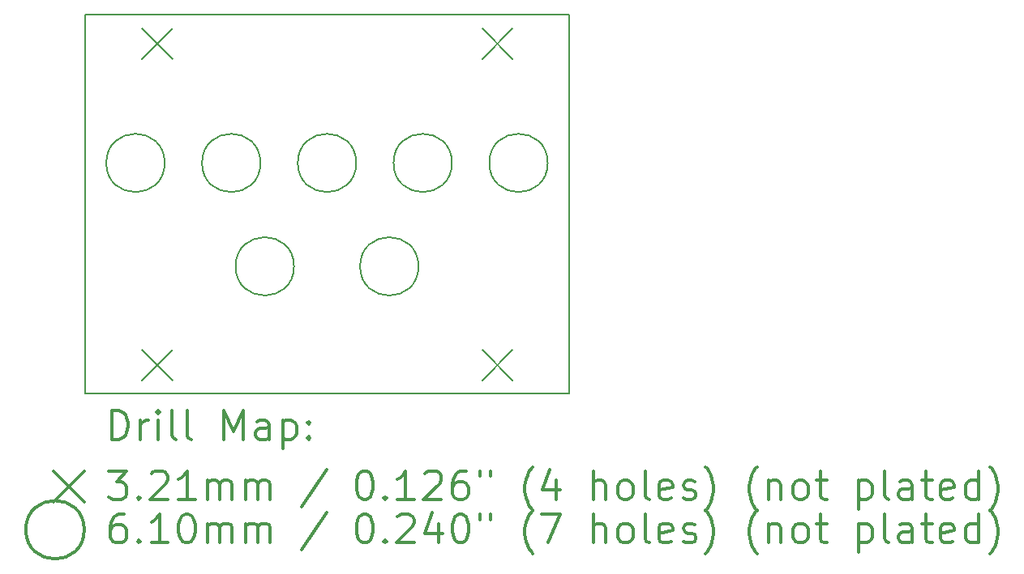
<source format=gbr>
%FSLAX45Y45*%
G04 Gerber Fmt 4.5, Leading zero omitted, Abs format (unit mm)*
G04 Created by KiCad (PCBNEW (5.1.8)-1) date 2021-07-28 22:21:32*
%MOMM*%
%LPD*%
G01*
G04 APERTURE LIST*
%TA.AperFunction,Profile*%
%ADD10C,0.200000*%
%TD*%
%ADD11C,0.200000*%
%ADD12C,0.300000*%
G04 APERTURE END LIST*
D10*
X20907000Y-2283500D02*
X20907000Y-6248500D01*
X15857000Y-2283500D02*
X20907000Y-2283500D01*
X15857000Y-2283500D02*
X15857000Y-6248500D01*
X15857000Y-6248500D02*
X20907000Y-6248500D01*
D11*
X16446500Y-5788000D02*
X16767500Y-6109000D01*
X16767500Y-5788000D02*
X16446500Y-6109000D01*
X16446500Y-2423000D02*
X16767500Y-2744000D01*
X16767500Y-2423000D02*
X16446500Y-2744000D01*
X20001500Y-5788000D02*
X20322500Y-6109000D01*
X20322500Y-5788000D02*
X20001500Y-6109000D01*
X20001500Y-2423000D02*
X20322500Y-2744000D01*
X20322500Y-2423000D02*
X20001500Y-2744000D01*
X16687000Y-3833500D02*
G75*
G03*
X16687000Y-3833500I-305000J0D01*
G01*
X18687000Y-3833500D02*
G75*
G03*
X18687000Y-3833500I-305000J0D01*
G01*
X18037500Y-4915000D02*
G75*
G03*
X18037500Y-4915000I-305000J0D01*
G01*
X19337500Y-4915000D02*
G75*
G03*
X19337500Y-4915000I-305000J0D01*
G01*
X19687000Y-3833500D02*
G75*
G03*
X19687000Y-3833500I-305000J0D01*
G01*
X20687000Y-3833500D02*
G75*
G03*
X20687000Y-3833500I-305000J0D01*
G01*
X17687000Y-3833500D02*
G75*
G03*
X17687000Y-3833500I-305000J0D01*
G01*
D12*
X16133428Y-6724214D02*
X16133428Y-6424214D01*
X16204857Y-6424214D01*
X16247714Y-6438500D01*
X16276286Y-6467071D01*
X16290571Y-6495643D01*
X16304857Y-6552786D01*
X16304857Y-6595643D01*
X16290571Y-6652786D01*
X16276286Y-6681357D01*
X16247714Y-6709929D01*
X16204857Y-6724214D01*
X16133428Y-6724214D01*
X16433428Y-6724214D02*
X16433428Y-6524214D01*
X16433428Y-6581357D02*
X16447714Y-6552786D01*
X16462000Y-6538500D01*
X16490571Y-6524214D01*
X16519143Y-6524214D01*
X16619143Y-6724214D02*
X16619143Y-6524214D01*
X16619143Y-6424214D02*
X16604857Y-6438500D01*
X16619143Y-6452786D01*
X16633428Y-6438500D01*
X16619143Y-6424214D01*
X16619143Y-6452786D01*
X16804857Y-6724214D02*
X16776286Y-6709929D01*
X16762000Y-6681357D01*
X16762000Y-6424214D01*
X16962000Y-6724214D02*
X16933428Y-6709929D01*
X16919143Y-6681357D01*
X16919143Y-6424214D01*
X17304857Y-6724214D02*
X17304857Y-6424214D01*
X17404857Y-6638500D01*
X17504857Y-6424214D01*
X17504857Y-6724214D01*
X17776286Y-6724214D02*
X17776286Y-6567071D01*
X17762000Y-6538500D01*
X17733428Y-6524214D01*
X17676286Y-6524214D01*
X17647714Y-6538500D01*
X17776286Y-6709929D02*
X17747714Y-6724214D01*
X17676286Y-6724214D01*
X17647714Y-6709929D01*
X17633428Y-6681357D01*
X17633428Y-6652786D01*
X17647714Y-6624214D01*
X17676286Y-6609929D01*
X17747714Y-6609929D01*
X17776286Y-6595643D01*
X17919143Y-6524214D02*
X17919143Y-6824214D01*
X17919143Y-6538500D02*
X17947714Y-6524214D01*
X18004857Y-6524214D01*
X18033428Y-6538500D01*
X18047714Y-6552786D01*
X18062000Y-6581357D01*
X18062000Y-6667071D01*
X18047714Y-6695643D01*
X18033428Y-6709929D01*
X18004857Y-6724214D01*
X17947714Y-6724214D01*
X17919143Y-6709929D01*
X18190571Y-6695643D02*
X18204857Y-6709929D01*
X18190571Y-6724214D01*
X18176286Y-6709929D01*
X18190571Y-6695643D01*
X18190571Y-6724214D01*
X18190571Y-6538500D02*
X18204857Y-6552786D01*
X18190571Y-6567071D01*
X18176286Y-6552786D01*
X18190571Y-6538500D01*
X18190571Y-6567071D01*
X15526000Y-7058000D02*
X15847000Y-7379000D01*
X15847000Y-7058000D02*
X15526000Y-7379000D01*
X16104857Y-7054214D02*
X16290571Y-7054214D01*
X16190571Y-7168500D01*
X16233428Y-7168500D01*
X16262000Y-7182786D01*
X16276286Y-7197071D01*
X16290571Y-7225643D01*
X16290571Y-7297071D01*
X16276286Y-7325643D01*
X16262000Y-7339929D01*
X16233428Y-7354214D01*
X16147714Y-7354214D01*
X16119143Y-7339929D01*
X16104857Y-7325643D01*
X16419143Y-7325643D02*
X16433428Y-7339929D01*
X16419143Y-7354214D01*
X16404857Y-7339929D01*
X16419143Y-7325643D01*
X16419143Y-7354214D01*
X16547714Y-7082786D02*
X16562000Y-7068500D01*
X16590571Y-7054214D01*
X16662000Y-7054214D01*
X16690571Y-7068500D01*
X16704857Y-7082786D01*
X16719143Y-7111357D01*
X16719143Y-7139929D01*
X16704857Y-7182786D01*
X16533428Y-7354214D01*
X16719143Y-7354214D01*
X17004857Y-7354214D02*
X16833428Y-7354214D01*
X16919143Y-7354214D02*
X16919143Y-7054214D01*
X16890571Y-7097071D01*
X16862000Y-7125643D01*
X16833428Y-7139929D01*
X17133428Y-7354214D02*
X17133428Y-7154214D01*
X17133428Y-7182786D02*
X17147714Y-7168500D01*
X17176286Y-7154214D01*
X17219143Y-7154214D01*
X17247714Y-7168500D01*
X17262000Y-7197071D01*
X17262000Y-7354214D01*
X17262000Y-7197071D02*
X17276286Y-7168500D01*
X17304857Y-7154214D01*
X17347714Y-7154214D01*
X17376286Y-7168500D01*
X17390571Y-7197071D01*
X17390571Y-7354214D01*
X17533428Y-7354214D02*
X17533428Y-7154214D01*
X17533428Y-7182786D02*
X17547714Y-7168500D01*
X17576286Y-7154214D01*
X17619143Y-7154214D01*
X17647714Y-7168500D01*
X17662000Y-7197071D01*
X17662000Y-7354214D01*
X17662000Y-7197071D02*
X17676286Y-7168500D01*
X17704857Y-7154214D01*
X17747714Y-7154214D01*
X17776286Y-7168500D01*
X17790571Y-7197071D01*
X17790571Y-7354214D01*
X18376286Y-7039929D02*
X18119143Y-7425643D01*
X18762000Y-7054214D02*
X18790571Y-7054214D01*
X18819143Y-7068500D01*
X18833428Y-7082786D01*
X18847714Y-7111357D01*
X18862000Y-7168500D01*
X18862000Y-7239929D01*
X18847714Y-7297071D01*
X18833428Y-7325643D01*
X18819143Y-7339929D01*
X18790571Y-7354214D01*
X18762000Y-7354214D01*
X18733428Y-7339929D01*
X18719143Y-7325643D01*
X18704857Y-7297071D01*
X18690571Y-7239929D01*
X18690571Y-7168500D01*
X18704857Y-7111357D01*
X18719143Y-7082786D01*
X18733428Y-7068500D01*
X18762000Y-7054214D01*
X18990571Y-7325643D02*
X19004857Y-7339929D01*
X18990571Y-7354214D01*
X18976286Y-7339929D01*
X18990571Y-7325643D01*
X18990571Y-7354214D01*
X19290571Y-7354214D02*
X19119143Y-7354214D01*
X19204857Y-7354214D02*
X19204857Y-7054214D01*
X19176286Y-7097071D01*
X19147714Y-7125643D01*
X19119143Y-7139929D01*
X19404857Y-7082786D02*
X19419143Y-7068500D01*
X19447714Y-7054214D01*
X19519143Y-7054214D01*
X19547714Y-7068500D01*
X19562000Y-7082786D01*
X19576286Y-7111357D01*
X19576286Y-7139929D01*
X19562000Y-7182786D01*
X19390571Y-7354214D01*
X19576286Y-7354214D01*
X19833428Y-7054214D02*
X19776286Y-7054214D01*
X19747714Y-7068500D01*
X19733428Y-7082786D01*
X19704857Y-7125643D01*
X19690571Y-7182786D01*
X19690571Y-7297071D01*
X19704857Y-7325643D01*
X19719143Y-7339929D01*
X19747714Y-7354214D01*
X19804857Y-7354214D01*
X19833428Y-7339929D01*
X19847714Y-7325643D01*
X19862000Y-7297071D01*
X19862000Y-7225643D01*
X19847714Y-7197071D01*
X19833428Y-7182786D01*
X19804857Y-7168500D01*
X19747714Y-7168500D01*
X19719143Y-7182786D01*
X19704857Y-7197071D01*
X19690571Y-7225643D01*
X19976286Y-7054214D02*
X19976286Y-7111357D01*
X20090571Y-7054214D02*
X20090571Y-7111357D01*
X20533428Y-7468500D02*
X20519143Y-7454214D01*
X20490571Y-7411357D01*
X20476286Y-7382786D01*
X20462000Y-7339929D01*
X20447714Y-7268500D01*
X20447714Y-7211357D01*
X20462000Y-7139929D01*
X20476286Y-7097071D01*
X20490571Y-7068500D01*
X20519143Y-7025643D01*
X20533428Y-7011357D01*
X20776286Y-7154214D02*
X20776286Y-7354214D01*
X20704857Y-7039929D02*
X20633428Y-7254214D01*
X20819143Y-7254214D01*
X21162000Y-7354214D02*
X21162000Y-7054214D01*
X21290571Y-7354214D02*
X21290571Y-7197071D01*
X21276286Y-7168500D01*
X21247714Y-7154214D01*
X21204857Y-7154214D01*
X21176286Y-7168500D01*
X21162000Y-7182786D01*
X21476286Y-7354214D02*
X21447714Y-7339929D01*
X21433428Y-7325643D01*
X21419143Y-7297071D01*
X21419143Y-7211357D01*
X21433428Y-7182786D01*
X21447714Y-7168500D01*
X21476286Y-7154214D01*
X21519143Y-7154214D01*
X21547714Y-7168500D01*
X21562000Y-7182786D01*
X21576286Y-7211357D01*
X21576286Y-7297071D01*
X21562000Y-7325643D01*
X21547714Y-7339929D01*
X21519143Y-7354214D01*
X21476286Y-7354214D01*
X21747714Y-7354214D02*
X21719143Y-7339929D01*
X21704857Y-7311357D01*
X21704857Y-7054214D01*
X21976286Y-7339929D02*
X21947714Y-7354214D01*
X21890571Y-7354214D01*
X21862000Y-7339929D01*
X21847714Y-7311357D01*
X21847714Y-7197071D01*
X21862000Y-7168500D01*
X21890571Y-7154214D01*
X21947714Y-7154214D01*
X21976286Y-7168500D01*
X21990571Y-7197071D01*
X21990571Y-7225643D01*
X21847714Y-7254214D01*
X22104857Y-7339929D02*
X22133428Y-7354214D01*
X22190571Y-7354214D01*
X22219143Y-7339929D01*
X22233428Y-7311357D01*
X22233428Y-7297071D01*
X22219143Y-7268500D01*
X22190571Y-7254214D01*
X22147714Y-7254214D01*
X22119143Y-7239929D01*
X22104857Y-7211357D01*
X22104857Y-7197071D01*
X22119143Y-7168500D01*
X22147714Y-7154214D01*
X22190571Y-7154214D01*
X22219143Y-7168500D01*
X22333428Y-7468500D02*
X22347714Y-7454214D01*
X22376286Y-7411357D01*
X22390571Y-7382786D01*
X22404857Y-7339929D01*
X22419143Y-7268500D01*
X22419143Y-7211357D01*
X22404857Y-7139929D01*
X22390571Y-7097071D01*
X22376286Y-7068500D01*
X22347714Y-7025643D01*
X22333428Y-7011357D01*
X22876286Y-7468500D02*
X22862000Y-7454214D01*
X22833428Y-7411357D01*
X22819143Y-7382786D01*
X22804857Y-7339929D01*
X22790571Y-7268500D01*
X22790571Y-7211357D01*
X22804857Y-7139929D01*
X22819143Y-7097071D01*
X22833428Y-7068500D01*
X22862000Y-7025643D01*
X22876286Y-7011357D01*
X22990571Y-7154214D02*
X22990571Y-7354214D01*
X22990571Y-7182786D02*
X23004857Y-7168500D01*
X23033428Y-7154214D01*
X23076286Y-7154214D01*
X23104857Y-7168500D01*
X23119143Y-7197071D01*
X23119143Y-7354214D01*
X23304857Y-7354214D02*
X23276286Y-7339929D01*
X23262000Y-7325643D01*
X23247714Y-7297071D01*
X23247714Y-7211357D01*
X23262000Y-7182786D01*
X23276286Y-7168500D01*
X23304857Y-7154214D01*
X23347714Y-7154214D01*
X23376286Y-7168500D01*
X23390571Y-7182786D01*
X23404857Y-7211357D01*
X23404857Y-7297071D01*
X23390571Y-7325643D01*
X23376286Y-7339929D01*
X23347714Y-7354214D01*
X23304857Y-7354214D01*
X23490571Y-7154214D02*
X23604857Y-7154214D01*
X23533428Y-7054214D02*
X23533428Y-7311357D01*
X23547714Y-7339929D01*
X23576286Y-7354214D01*
X23604857Y-7354214D01*
X23933428Y-7154214D02*
X23933428Y-7454214D01*
X23933428Y-7168500D02*
X23962000Y-7154214D01*
X24019143Y-7154214D01*
X24047714Y-7168500D01*
X24062000Y-7182786D01*
X24076286Y-7211357D01*
X24076286Y-7297071D01*
X24062000Y-7325643D01*
X24047714Y-7339929D01*
X24019143Y-7354214D01*
X23962000Y-7354214D01*
X23933428Y-7339929D01*
X24247714Y-7354214D02*
X24219143Y-7339929D01*
X24204857Y-7311357D01*
X24204857Y-7054214D01*
X24490571Y-7354214D02*
X24490571Y-7197071D01*
X24476286Y-7168500D01*
X24447714Y-7154214D01*
X24390571Y-7154214D01*
X24362000Y-7168500D01*
X24490571Y-7339929D02*
X24462000Y-7354214D01*
X24390571Y-7354214D01*
X24362000Y-7339929D01*
X24347714Y-7311357D01*
X24347714Y-7282786D01*
X24362000Y-7254214D01*
X24390571Y-7239929D01*
X24462000Y-7239929D01*
X24490571Y-7225643D01*
X24590571Y-7154214D02*
X24704857Y-7154214D01*
X24633428Y-7054214D02*
X24633428Y-7311357D01*
X24647714Y-7339929D01*
X24676286Y-7354214D01*
X24704857Y-7354214D01*
X24919143Y-7339929D02*
X24890571Y-7354214D01*
X24833428Y-7354214D01*
X24804857Y-7339929D01*
X24790571Y-7311357D01*
X24790571Y-7197071D01*
X24804857Y-7168500D01*
X24833428Y-7154214D01*
X24890571Y-7154214D01*
X24919143Y-7168500D01*
X24933428Y-7197071D01*
X24933428Y-7225643D01*
X24790571Y-7254214D01*
X25190571Y-7354214D02*
X25190571Y-7054214D01*
X25190571Y-7339929D02*
X25162000Y-7354214D01*
X25104857Y-7354214D01*
X25076286Y-7339929D01*
X25062000Y-7325643D01*
X25047714Y-7297071D01*
X25047714Y-7211357D01*
X25062000Y-7182786D01*
X25076286Y-7168500D01*
X25104857Y-7154214D01*
X25162000Y-7154214D01*
X25190571Y-7168500D01*
X25304857Y-7468500D02*
X25319143Y-7454214D01*
X25347714Y-7411357D01*
X25362000Y-7382786D01*
X25376286Y-7339929D01*
X25390571Y-7268500D01*
X25390571Y-7211357D01*
X25376286Y-7139929D01*
X25362000Y-7097071D01*
X25347714Y-7068500D01*
X25319143Y-7025643D01*
X25304857Y-7011357D01*
X15847000Y-7669500D02*
G75*
G03*
X15847000Y-7669500I-305000J0D01*
G01*
X16262000Y-7505214D02*
X16204857Y-7505214D01*
X16176286Y-7519500D01*
X16162000Y-7533786D01*
X16133428Y-7576643D01*
X16119143Y-7633786D01*
X16119143Y-7748071D01*
X16133428Y-7776643D01*
X16147714Y-7790929D01*
X16176286Y-7805214D01*
X16233428Y-7805214D01*
X16262000Y-7790929D01*
X16276286Y-7776643D01*
X16290571Y-7748071D01*
X16290571Y-7676643D01*
X16276286Y-7648071D01*
X16262000Y-7633786D01*
X16233428Y-7619500D01*
X16176286Y-7619500D01*
X16147714Y-7633786D01*
X16133428Y-7648071D01*
X16119143Y-7676643D01*
X16419143Y-7776643D02*
X16433428Y-7790929D01*
X16419143Y-7805214D01*
X16404857Y-7790929D01*
X16419143Y-7776643D01*
X16419143Y-7805214D01*
X16719143Y-7805214D02*
X16547714Y-7805214D01*
X16633428Y-7805214D02*
X16633428Y-7505214D01*
X16604857Y-7548071D01*
X16576286Y-7576643D01*
X16547714Y-7590929D01*
X16904857Y-7505214D02*
X16933428Y-7505214D01*
X16962000Y-7519500D01*
X16976286Y-7533786D01*
X16990571Y-7562357D01*
X17004857Y-7619500D01*
X17004857Y-7690929D01*
X16990571Y-7748071D01*
X16976286Y-7776643D01*
X16962000Y-7790929D01*
X16933428Y-7805214D01*
X16904857Y-7805214D01*
X16876286Y-7790929D01*
X16862000Y-7776643D01*
X16847714Y-7748071D01*
X16833428Y-7690929D01*
X16833428Y-7619500D01*
X16847714Y-7562357D01*
X16862000Y-7533786D01*
X16876286Y-7519500D01*
X16904857Y-7505214D01*
X17133428Y-7805214D02*
X17133428Y-7605214D01*
X17133428Y-7633786D02*
X17147714Y-7619500D01*
X17176286Y-7605214D01*
X17219143Y-7605214D01*
X17247714Y-7619500D01*
X17262000Y-7648071D01*
X17262000Y-7805214D01*
X17262000Y-7648071D02*
X17276286Y-7619500D01*
X17304857Y-7605214D01*
X17347714Y-7605214D01*
X17376286Y-7619500D01*
X17390571Y-7648071D01*
X17390571Y-7805214D01*
X17533428Y-7805214D02*
X17533428Y-7605214D01*
X17533428Y-7633786D02*
X17547714Y-7619500D01*
X17576286Y-7605214D01*
X17619143Y-7605214D01*
X17647714Y-7619500D01*
X17662000Y-7648071D01*
X17662000Y-7805214D01*
X17662000Y-7648071D02*
X17676286Y-7619500D01*
X17704857Y-7605214D01*
X17747714Y-7605214D01*
X17776286Y-7619500D01*
X17790571Y-7648071D01*
X17790571Y-7805214D01*
X18376286Y-7490929D02*
X18119143Y-7876643D01*
X18762000Y-7505214D02*
X18790571Y-7505214D01*
X18819143Y-7519500D01*
X18833428Y-7533786D01*
X18847714Y-7562357D01*
X18862000Y-7619500D01*
X18862000Y-7690929D01*
X18847714Y-7748071D01*
X18833428Y-7776643D01*
X18819143Y-7790929D01*
X18790571Y-7805214D01*
X18762000Y-7805214D01*
X18733428Y-7790929D01*
X18719143Y-7776643D01*
X18704857Y-7748071D01*
X18690571Y-7690929D01*
X18690571Y-7619500D01*
X18704857Y-7562357D01*
X18719143Y-7533786D01*
X18733428Y-7519500D01*
X18762000Y-7505214D01*
X18990571Y-7776643D02*
X19004857Y-7790929D01*
X18990571Y-7805214D01*
X18976286Y-7790929D01*
X18990571Y-7776643D01*
X18990571Y-7805214D01*
X19119143Y-7533786D02*
X19133428Y-7519500D01*
X19162000Y-7505214D01*
X19233428Y-7505214D01*
X19262000Y-7519500D01*
X19276286Y-7533786D01*
X19290571Y-7562357D01*
X19290571Y-7590929D01*
X19276286Y-7633786D01*
X19104857Y-7805214D01*
X19290571Y-7805214D01*
X19547714Y-7605214D02*
X19547714Y-7805214D01*
X19476286Y-7490929D02*
X19404857Y-7705214D01*
X19590571Y-7705214D01*
X19762000Y-7505214D02*
X19790571Y-7505214D01*
X19819143Y-7519500D01*
X19833428Y-7533786D01*
X19847714Y-7562357D01*
X19862000Y-7619500D01*
X19862000Y-7690929D01*
X19847714Y-7748071D01*
X19833428Y-7776643D01*
X19819143Y-7790929D01*
X19790571Y-7805214D01*
X19762000Y-7805214D01*
X19733428Y-7790929D01*
X19719143Y-7776643D01*
X19704857Y-7748071D01*
X19690571Y-7690929D01*
X19690571Y-7619500D01*
X19704857Y-7562357D01*
X19719143Y-7533786D01*
X19733428Y-7519500D01*
X19762000Y-7505214D01*
X19976286Y-7505214D02*
X19976286Y-7562357D01*
X20090571Y-7505214D02*
X20090571Y-7562357D01*
X20533428Y-7919500D02*
X20519143Y-7905214D01*
X20490571Y-7862357D01*
X20476286Y-7833786D01*
X20462000Y-7790929D01*
X20447714Y-7719500D01*
X20447714Y-7662357D01*
X20462000Y-7590929D01*
X20476286Y-7548071D01*
X20490571Y-7519500D01*
X20519143Y-7476643D01*
X20533428Y-7462357D01*
X20619143Y-7505214D02*
X20819143Y-7505214D01*
X20690571Y-7805214D01*
X21162000Y-7805214D02*
X21162000Y-7505214D01*
X21290571Y-7805214D02*
X21290571Y-7648071D01*
X21276286Y-7619500D01*
X21247714Y-7605214D01*
X21204857Y-7605214D01*
X21176286Y-7619500D01*
X21162000Y-7633786D01*
X21476286Y-7805214D02*
X21447714Y-7790929D01*
X21433428Y-7776643D01*
X21419143Y-7748071D01*
X21419143Y-7662357D01*
X21433428Y-7633786D01*
X21447714Y-7619500D01*
X21476286Y-7605214D01*
X21519143Y-7605214D01*
X21547714Y-7619500D01*
X21562000Y-7633786D01*
X21576286Y-7662357D01*
X21576286Y-7748071D01*
X21562000Y-7776643D01*
X21547714Y-7790929D01*
X21519143Y-7805214D01*
X21476286Y-7805214D01*
X21747714Y-7805214D02*
X21719143Y-7790929D01*
X21704857Y-7762357D01*
X21704857Y-7505214D01*
X21976286Y-7790929D02*
X21947714Y-7805214D01*
X21890571Y-7805214D01*
X21862000Y-7790929D01*
X21847714Y-7762357D01*
X21847714Y-7648071D01*
X21862000Y-7619500D01*
X21890571Y-7605214D01*
X21947714Y-7605214D01*
X21976286Y-7619500D01*
X21990571Y-7648071D01*
X21990571Y-7676643D01*
X21847714Y-7705214D01*
X22104857Y-7790929D02*
X22133428Y-7805214D01*
X22190571Y-7805214D01*
X22219143Y-7790929D01*
X22233428Y-7762357D01*
X22233428Y-7748071D01*
X22219143Y-7719500D01*
X22190571Y-7705214D01*
X22147714Y-7705214D01*
X22119143Y-7690929D01*
X22104857Y-7662357D01*
X22104857Y-7648071D01*
X22119143Y-7619500D01*
X22147714Y-7605214D01*
X22190571Y-7605214D01*
X22219143Y-7619500D01*
X22333428Y-7919500D02*
X22347714Y-7905214D01*
X22376286Y-7862357D01*
X22390571Y-7833786D01*
X22404857Y-7790929D01*
X22419143Y-7719500D01*
X22419143Y-7662357D01*
X22404857Y-7590929D01*
X22390571Y-7548071D01*
X22376286Y-7519500D01*
X22347714Y-7476643D01*
X22333428Y-7462357D01*
X22876286Y-7919500D02*
X22862000Y-7905214D01*
X22833428Y-7862357D01*
X22819143Y-7833786D01*
X22804857Y-7790929D01*
X22790571Y-7719500D01*
X22790571Y-7662357D01*
X22804857Y-7590929D01*
X22819143Y-7548071D01*
X22833428Y-7519500D01*
X22862000Y-7476643D01*
X22876286Y-7462357D01*
X22990571Y-7605214D02*
X22990571Y-7805214D01*
X22990571Y-7633786D02*
X23004857Y-7619500D01*
X23033428Y-7605214D01*
X23076286Y-7605214D01*
X23104857Y-7619500D01*
X23119143Y-7648071D01*
X23119143Y-7805214D01*
X23304857Y-7805214D02*
X23276286Y-7790929D01*
X23262000Y-7776643D01*
X23247714Y-7748071D01*
X23247714Y-7662357D01*
X23262000Y-7633786D01*
X23276286Y-7619500D01*
X23304857Y-7605214D01*
X23347714Y-7605214D01*
X23376286Y-7619500D01*
X23390571Y-7633786D01*
X23404857Y-7662357D01*
X23404857Y-7748071D01*
X23390571Y-7776643D01*
X23376286Y-7790929D01*
X23347714Y-7805214D01*
X23304857Y-7805214D01*
X23490571Y-7605214D02*
X23604857Y-7605214D01*
X23533428Y-7505214D02*
X23533428Y-7762357D01*
X23547714Y-7790929D01*
X23576286Y-7805214D01*
X23604857Y-7805214D01*
X23933428Y-7605214D02*
X23933428Y-7905214D01*
X23933428Y-7619500D02*
X23962000Y-7605214D01*
X24019143Y-7605214D01*
X24047714Y-7619500D01*
X24062000Y-7633786D01*
X24076286Y-7662357D01*
X24076286Y-7748071D01*
X24062000Y-7776643D01*
X24047714Y-7790929D01*
X24019143Y-7805214D01*
X23962000Y-7805214D01*
X23933428Y-7790929D01*
X24247714Y-7805214D02*
X24219143Y-7790929D01*
X24204857Y-7762357D01*
X24204857Y-7505214D01*
X24490571Y-7805214D02*
X24490571Y-7648071D01*
X24476286Y-7619500D01*
X24447714Y-7605214D01*
X24390571Y-7605214D01*
X24362000Y-7619500D01*
X24490571Y-7790929D02*
X24462000Y-7805214D01*
X24390571Y-7805214D01*
X24362000Y-7790929D01*
X24347714Y-7762357D01*
X24347714Y-7733786D01*
X24362000Y-7705214D01*
X24390571Y-7690929D01*
X24462000Y-7690929D01*
X24490571Y-7676643D01*
X24590571Y-7605214D02*
X24704857Y-7605214D01*
X24633428Y-7505214D02*
X24633428Y-7762357D01*
X24647714Y-7790929D01*
X24676286Y-7805214D01*
X24704857Y-7805214D01*
X24919143Y-7790929D02*
X24890571Y-7805214D01*
X24833428Y-7805214D01*
X24804857Y-7790929D01*
X24790571Y-7762357D01*
X24790571Y-7648071D01*
X24804857Y-7619500D01*
X24833428Y-7605214D01*
X24890571Y-7605214D01*
X24919143Y-7619500D01*
X24933428Y-7648071D01*
X24933428Y-7676643D01*
X24790571Y-7705214D01*
X25190571Y-7805214D02*
X25190571Y-7505214D01*
X25190571Y-7790929D02*
X25162000Y-7805214D01*
X25104857Y-7805214D01*
X25076286Y-7790929D01*
X25062000Y-7776643D01*
X25047714Y-7748071D01*
X25047714Y-7662357D01*
X25062000Y-7633786D01*
X25076286Y-7619500D01*
X25104857Y-7605214D01*
X25162000Y-7605214D01*
X25190571Y-7619500D01*
X25304857Y-7919500D02*
X25319143Y-7905214D01*
X25347714Y-7862357D01*
X25362000Y-7833786D01*
X25376286Y-7790929D01*
X25390571Y-7719500D01*
X25390571Y-7662357D01*
X25376286Y-7590929D01*
X25362000Y-7548071D01*
X25347714Y-7519500D01*
X25319143Y-7476643D01*
X25304857Y-7462357D01*
M02*

</source>
